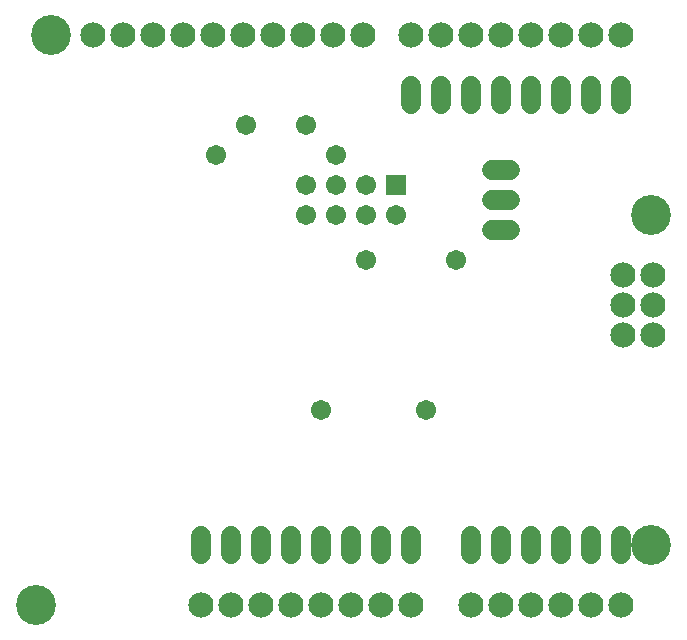
<source format=gbr>
G04 EAGLE Gerber RS-274X export*
G75*
%MOMM*%
%FSLAX34Y34*%
%LPD*%
%INSoldermask Top*%
%IPPOS*%
%AMOC8*
5,1,8,0,0,1.08239X$1,22.5*%
G01*
%ADD10C,3.378200*%
%ADD11C,2.133600*%
%ADD12R,1.711200X1.711200*%
%ADD13C,1.711200*%
%ADD14C,1.727200*%
%ADD15C,1.703200*%


D10*
X342900Y711200D03*
X850900Y558800D03*
X850900Y279400D03*
X330200Y228600D03*
D11*
X469900Y228600D03*
X495300Y228600D03*
X520700Y228600D03*
X546100Y228600D03*
X571500Y228600D03*
X596900Y228600D03*
X622300Y228600D03*
X647700Y228600D03*
X698500Y228600D03*
X723900Y228600D03*
X749300Y228600D03*
X774700Y228600D03*
X800100Y228600D03*
X825500Y228600D03*
X825500Y711200D03*
X800100Y711200D03*
X774700Y711200D03*
X749300Y711200D03*
X723900Y711200D03*
X698500Y711200D03*
X673100Y711200D03*
X647700Y711200D03*
X607060Y711200D03*
X581660Y711200D03*
X556260Y711200D03*
X530860Y711200D03*
X505460Y711200D03*
X480060Y711200D03*
X454660Y711200D03*
X429260Y711200D03*
X403860Y711200D03*
X378460Y711200D03*
X826900Y507500D03*
X852300Y507500D03*
X826900Y482100D03*
X852300Y482100D03*
X826900Y456700D03*
X852300Y456700D03*
D12*
X635000Y584200D03*
D13*
X558800Y558800D03*
X584200Y558800D03*
X609600Y558800D03*
X635000Y558800D03*
X609600Y584200D03*
X584200Y584200D03*
X558800Y584200D03*
D14*
X825500Y287020D02*
X825500Y271780D01*
X800100Y271780D02*
X800100Y287020D01*
X774700Y287020D02*
X774700Y271780D01*
X749300Y271780D02*
X749300Y287020D01*
X723900Y287020D02*
X723900Y271780D01*
X698500Y271780D02*
X698500Y287020D01*
X647700Y652780D02*
X647700Y668020D01*
X673100Y668020D02*
X673100Y652780D01*
X698500Y652780D02*
X698500Y668020D01*
X723900Y668020D02*
X723900Y652780D01*
X749300Y652780D02*
X749300Y668020D01*
X774700Y668020D02*
X774700Y652780D01*
X800100Y652780D02*
X800100Y668020D01*
X825500Y668020D02*
X825500Y652780D01*
X469900Y287020D02*
X469900Y271780D01*
X495300Y271780D02*
X495300Y287020D01*
X520700Y287020D02*
X520700Y271780D01*
X546100Y271780D02*
X546100Y287020D01*
X571500Y287020D02*
X571500Y271780D01*
X596900Y271780D02*
X596900Y287020D01*
X622300Y287020D02*
X622300Y271780D01*
X647700Y271780D02*
X647700Y287020D01*
X716280Y546100D02*
X731520Y546100D01*
X731520Y571500D02*
X716280Y571500D01*
X716280Y596900D02*
X731520Y596900D01*
D15*
X482600Y609600D03*
X558800Y635000D03*
X584200Y609600D03*
X508000Y635000D03*
X609600Y520700D03*
X685800Y520700D03*
X571500Y393700D03*
X660400Y393700D03*
M02*

</source>
